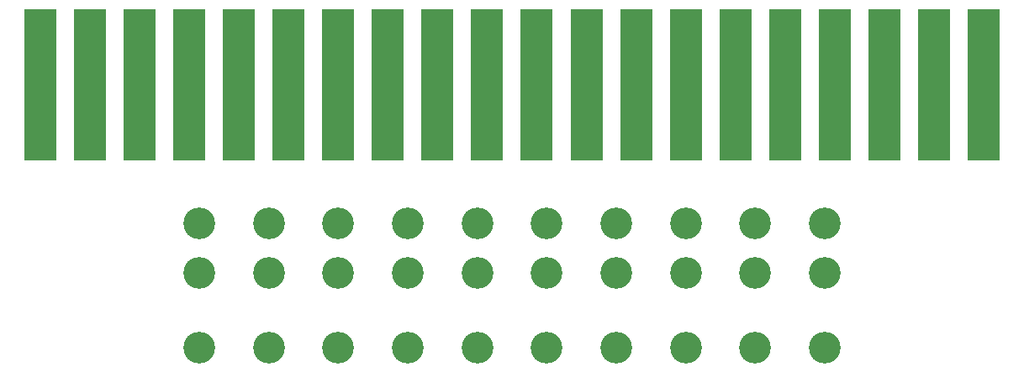
<source format=gbs>
G04*
G04 #@! TF.GenerationSoftware,Altium Limited,Altium Designer,21.3.2 (30)*
G04*
G04 Layer_Color=16711935*
%FSLAX25Y25*%
%MOIN*%
G70*
G04*
G04 #@! TF.SameCoordinates,6AE65C0D-1D2A-47B7-BFB0-4F28CD664EAD*
G04*
G04*
G04 #@! TF.FilePolarity,Negative*
G04*
G01*
G75*
%ADD16C,0.12611*%
%ADD17R,0.12611X0.59855*%
D16*
X234252Y55118D02*
D03*
X68898Y84646D02*
D03*
Y104331D02*
D03*
X206693D02*
D03*
X234252Y84646D02*
D03*
X289370Y104331D02*
D03*
X206693Y84646D02*
D03*
X261811D02*
D03*
X289370D02*
D03*
X234252Y104331D02*
D03*
X316929D02*
D03*
X261811D02*
D03*
X316929Y84646D02*
D03*
X96457Y104331D02*
D03*
X151575D02*
D03*
Y84646D02*
D03*
X96457D02*
D03*
X124016D02*
D03*
X179134D02*
D03*
Y104331D02*
D03*
X124016D02*
D03*
X206693Y55118D02*
D03*
X316929D02*
D03*
X289370D02*
D03*
X261811D02*
D03*
X151575D02*
D03*
X124016D02*
D03*
X96457D02*
D03*
X68898D02*
D03*
X179134D02*
D03*
D17*
X5906Y159449D02*
D03*
X379921D02*
D03*
X360236D02*
D03*
X340551D02*
D03*
X320866D02*
D03*
X301181D02*
D03*
X281496D02*
D03*
X261811D02*
D03*
X242126D02*
D03*
X222441D02*
D03*
X202756D02*
D03*
X183071D02*
D03*
X163386D02*
D03*
X143701D02*
D03*
X124016D02*
D03*
X104331D02*
D03*
X84646D02*
D03*
X64961D02*
D03*
X45276D02*
D03*
X25591D02*
D03*
M02*

</source>
